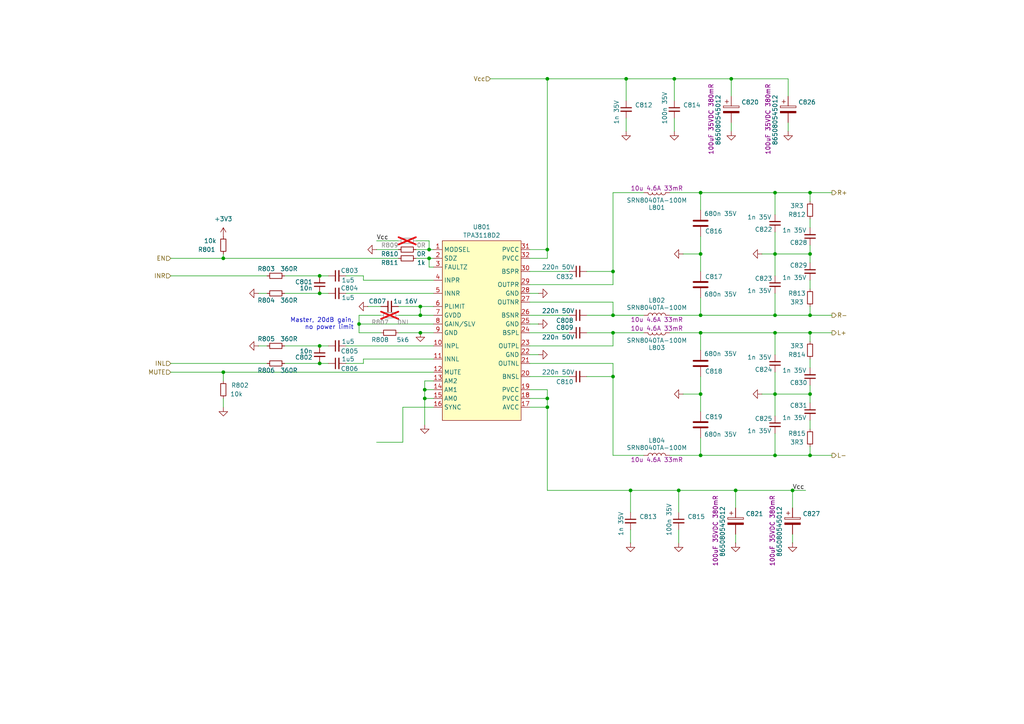
<source format=kicad_sch>
(kicad_sch (version 20231120) (generator "eeschema") (generator_version "8.0")
  (paper "A4")
  (lib_symbols
    (symbol "Device:C" (pin_numbers hide) (pin_names (offset 0.254))
      (property "Reference" "C" (at 0.635 2.54 0))
      (property "Value" "C" (at 0.635 -2.54 0))
      (symbol "C_0_1"
        (polyline (pts (xy -2.032 -0.762) (xy 2.032 -0.762)) (stroke (width 0.508)))
        (polyline (pts (xy -2.032 0.762) (xy 2.032 0.762)) (stroke (width 0.508)))
      )
      (symbol "C_1_1"
        (pin passive line (at 0 3.81 270) (length 2.794) (name "~") (number "1"))
        (pin passive line (at 0 -3.81 90) (length 2.794) (name "~") (number "2"))
      )
    )
    (symbol "Device:C_Polarized" (pin_numbers hide) (pin_names (offset 0.254))
      (property "Reference" "C" (at 0.635 2.54 0))
      (property "Value" "C_Polarized" (at 0.635 -2.54 0))
      (symbol "C_Polarized_0_1"
        (rectangle (start -2.286 0.508) (end 2.286 1.016))
        (polyline (pts (xy -1.778 2.286) (xy -0.762 2.286)))
        (polyline (pts (xy -1.27 2.794) (xy -1.27 1.778)))
        (rectangle (start 2.286 -0.508) (end -2.286 -1.016) (fill (type outline)))
      )
      (symbol "C_Polarized_1_1"
        (pin passive line (at 0 3.81 270) (length 2.794) (name "~") (number "1"))
        (pin passive line (at 0 -3.81 90) (length 2.794) (name "~") (number "2"))
      )
    )
    (symbol "Device:C_Small" (pin_numbers hide) (pin_names (offset 0.254) hide)
      (property "Reference" "C" (at 0.254 1.778 0))
      (property "Value" "C_Small" (at 0.254 -2.032 0))
      (symbol "C_Small_0_1"
        (polyline (pts (xy -1.524 -0.508) (xy 1.524 -0.508)) (stroke (width 0.3302)))
        (polyline (pts (xy -1.524 0.508) (xy 1.524 0.508)) (stroke (width 0.3048)))
      )
      (symbol "C_Small_1_1"
        (pin passive line (at 0 2.54 270) (length 2.032) (name "~") (number "1"))
        (pin passive line (at 0 -2.54 90) (length 2.032) (name "~") (number "2"))
      )
    )
    (symbol "Device:L" (pin_numbers hide) (pin_names (offset 1.016) hide)
      (property "Reference" "L" (at -1.27 0 90))
      (property "Value" "L" (at 1.905 0 90))
      (symbol "L_0_1"
        (arc (start 0 -2.54) (mid 0.6323 -1.905) (end 0 -1.27))
        (arc (start 0 -1.27) (mid 0.6323 -0.635) (end 0 0))
        (arc (start 0 0) (mid 0.6323 0.635) (end 0 1.27))
        (arc (start 0 1.27) (mid 0.6323 1.905) (end 0 2.54))
      )
      (symbol "L_1_1"
        (pin passive line (at 0 3.81 270) (length 1.27) (name "1") (number "1"))
        (pin passive line (at 0 -3.81 90) (length 1.27) (name "2") (number "2"))
      )
    )
    (symbol "Device:R_Small" (pin_numbers hide) (pin_names (offset 0.254) hide)
      (property "Reference" "R" (at 0.762 0.508 0))
      (property "Value" "R_Small" (at 0.762 -1.016 0))
      (symbol "R_Small_0_1"
        (rectangle (start -0.762 1.778) (end 0.762 -1.778) (stroke (width 0.2032)))
      )
      (symbol "R_Small_1_1"
        (pin passive line (at 0 2.54 270) (length 0.762) (name "~") (number "1"))
        (pin passive line (at 0 -2.54 90) (length 0.762) (name "~") (number "2"))
      )
    )
    (symbol "local:TPA3118D2"
      (property "Reference" "U801" (at 0 4.0175 0))
      (property "Value" "TPA3118D2" (at 0 1.5932 0))
      (symbol "TPA3118D2_1_1"
        (rectangle (start -11.43 0) (end 11.43 -52.07) (fill (type background)))
        (pin input line (at -13.97 -2.54 0) (length 2.54) (name "MODSEL") (number "1"))
        (pin input line (at -13.97 -30.48 0) (length 2.54) (name "INPL") (number "10"))
        (pin input line (at -13.97 -34.29 0) (length 2.54) (name "INNL") (number "11"))
        (pin input line (at -13.97 -38.1 0) (length 2.54) (name "MUTE") (number "12"))
        (pin input line (at -13.97 -40.64 0) (length 2.54) (name "AM2") (number "13"))
        (pin input line (at -13.97 -43.18 0) (length 2.54) (name "AM1") (number "14"))
        (pin input line (at -13.97 -45.72 0) (length 2.54) (name "AM0") (number "15"))
        (pin input line (at -13.97 -48.26 0) (length 2.54) (name "SYNC") (number "16"))
        (pin input line (at 13.97 -48.26 180) (length 2.54) (name "AVCC") (number "17"))
        (pin input line (at 13.97 -45.72 180) (length 2.54) (name "PVCC") (number "18"))
        (pin input line (at 13.97 -43.18 180) (length 2.54) (name "PVCC") (number "19"))
        (pin input line (at -13.97 -5.08 0) (length 2.54) (name "SDZ") (number "2"))
        (pin input line (at 13.97 -39.37 180) (length 2.54) (name "BNSL") (number "20"))
        (pin input line (at 13.97 -35.56 180) (length 2.54) (name "OUTNL") (number "21"))
        (pin input line (at 13.97 -33.02 180) (length 2.54) (name "GND") (number "22"))
        (pin input line (at 13.97 -30.48 180) (length 2.54) (name "OUTPL") (number "23"))
        (pin input line (at 13.97 -26.67 180) (length 2.54) (name "BSPL") (number "24"))
        (pin input line (at 13.97 -24.13 180) (length 2.54) (name "GND") (number "25"))
        (pin input line (at 13.97 -21.59 180) (length 2.54) (name "BSNR") (number "26"))
        (pin input line (at 13.97 -17.78 180) (length 2.54) (name "OUTNR") (number "27"))
        (pin input line (at 13.97 -15.24 180) (length 2.54) (name "GND") (number "28"))
        (pin input line (at 13.97 -12.7 180) (length 2.54) (name "OUTPR") (number "29"))
        (pin input line (at -13.97 -7.62 0) (length 2.54) (name "FAULTZ") (number "3"))
        (pin input line (at 13.97 -8.89 180) (length 2.54) (name "BSPR") (number "30"))
        (pin input line (at 13.97 -2.54 180) (length 2.54) (name "PVCC") (number "31"))
        (pin input line (at 13.97 -5.08 180) (length 2.54) (name "PVCC") (number "32"))
        (pin input line (at 13.97 -33.02 180) (length 2.54) hide (name "PAD") (number "33"))
        (pin input line (at -13.97 -11.43 0) (length 2.54) (name "INPR") (number "4"))
        (pin input line (at -13.97 -15.24 0) (length 2.54) (name "INNR") (number "5"))
        (pin input line (at -13.97 -19.05 0) (length 2.54) (name "PLIMIT") (number "6"))
        (pin input line (at -13.97 -21.59 0) (length 2.54) (name "GVDD") (number "7"))
        (pin input line (at -13.97 -24.13 0) (length 2.54) (name "GAIN/SLV") (number "8"))
        (pin input line (at -13.97 -26.67 0) (length 2.54) (name "GND") (number "9"))
      )
    )
    (symbol "power:+3V3" (power) (pin_numbers hide) (pin_names (offset 0) hide)
      (property "Value" "+3V3" (at 0 3.556 0))
      (symbol "+3V3_0_1"
        (polyline (pts (xy -0.762 1.27) (xy 0 2.54)))
        (polyline (pts (xy 0 0) (xy 0 2.54)))
        (polyline (pts (xy 0 2.54) (xy 0.762 1.27)))
      )
      (symbol "+3V3_1_1"
        (pin power_in line (at 0 0 90) (length 0) (name "~") (number "1"))
      )
    )
    (symbol "power:GND" (power) (pin_numbers hide) (pin_names (offset 0) hide)
      (property "Value" "GND" (at 0 -3.81 0))
      (symbol "GND_0_1"
        (polyline (pts (xy 0 0) (xy 0 -1.27) (xy 1.27 -1.27) (xy 0 -2.54) (xy -1.27 -1.27) (xy 0 -1.27)))
      )
      (symbol "GND_1_1"
        (pin power_in line (at 0 0 270) (length 0) (name "~") (number "1"))
      )
    )
  )
  (junction (at 177.8 96.52))
  (junction (at 203.2 73.66))
  (junction (at 203.2 91.44))
  (junction (at 224.79 73.66))
  (junction (at 195.58 22.86))
  (junction (at 203.2 132.08))
  (junction (at 64.77 74.93))
  (junction (at 203.2 55.88))
  (junction (at 64.77 107.95))
  (junction (at 213.36 142.24))
  (junction (at 92.71 85.09))
  (junction (at 224.79 114.3))
  (junction (at 234.95 55.88))
  (junction (at 203.2 114.3))
  (junction (at 124.46 72.39))
  (junction (at 158.75 115.57))
  (junction (at 203.2 96.52))
  (junction (at 181.61 22.86))
  (junction (at 196.85 142.24))
  (junction (at 224.79 55.88))
  (junction (at 177.8 91.44))
  (junction (at 177.8 78.74))
  (junction (at 121.92 88.9))
  (junction (at 158.75 72.39))
  (junction (at 121.92 91.44))
  (junction (at 224.79 132.08))
  (junction (at 234.95 73.66))
  (junction (at 234.95 96.52))
  (junction (at 234.95 114.3))
  (junction (at 123.19 113.03))
  (junction (at 104.14 93.98))
  (junction (at 234.95 132.08))
  (junction (at 92.71 105.41))
  (junction (at 224.79 91.44))
  (junction (at 177.8 109.22))
  (junction (at 92.71 80.01))
  (junction (at 121.92 96.52))
  (junction (at 229.87 142.24))
  (junction (at 123.19 115.57))
  (junction (at 234.95 91.44))
  (junction (at 158.75 22.86))
  (junction (at 212.09 22.86))
  (junction (at 124.46 74.93))
  (junction (at 224.79 96.52))
  (junction (at 92.71 100.33))
  (junction (at 158.75 118.11))
  (junction (at 182.88 142.24))
  (wire (pts (xy 92.71 80.01) (xy 95.25 80.01)))
  (wire (pts (xy 120.65 69.85) (xy 124.46 69.85)))
  (wire (pts (xy 196.85 142.24) (xy 213.36 142.24)))
  (wire (pts (xy 115.57 88.9) (xy 121.92 88.9)))
  (wire (pts (xy 170.18 96.52) (xy 177.8 96.52)))
  (wire (pts (xy 82.55 85.09) (xy 92.71 85.09)))
  (wire (pts (xy 104.14 93.98) (xy 125.73 93.98)))
  (wire (pts (xy 234.95 66.04) (xy 234.95 63.5)))
  (wire (pts (xy 158.75 72.39) (xy 158.75 22.86)))
  (wire (pts (xy 153.67 100.33) (xy 177.8 100.33)))
  (wire (pts (xy 234.95 71.12) (xy 234.95 73.66)))
  (wire (pts (xy 212.09 22.86) (xy 212.09 27.94)))
  (wire (pts (xy 181.61 22.86) (xy 181.61 29.21)))
  (wire (pts (xy 224.79 55.88) (xy 224.79 62.23)))
  (wire (pts (xy 203.2 91.44) (xy 203.2 86.36)))
  (wire (pts (xy 153.67 102.87) (xy 156.21 102.87)))
  (wire (pts (xy 203.2 109.22) (xy 203.2 114.3)))
  (wire (pts (xy 105.41 105.41) (xy 100.33 105.41)))
  (wire (pts (xy 158.75 142.24) (xy 182.88 142.24)))
  (wire (pts (xy 74.93 85.09) (xy 77.47 85.09)))
  (wire (pts (xy 125.73 110.49) (xy 123.19 110.49)))
  (wire (pts (xy 224.79 132.08) (xy 224.79 125.73)))
  (wire (pts (xy 234.95 88.9) (xy 234.95 91.44)))
  (wire (pts (xy 224.79 96.52) (xy 224.79 102.87)))
  (wire (pts (xy 110.49 96.52) (xy 104.14 96.52)))
  (wire (pts (xy 121.92 96.52) (xy 125.73 96.52)))
  (wire (pts (xy 224.79 73.66) (xy 224.79 67.31)))
  (wire (pts (xy 177.8 87.63) (xy 177.8 91.44)))
  (wire (pts (xy 64.77 107.95) (xy 64.77 110.49)))
  (wire (pts (xy 182.88 142.24) (xy 196.85 142.24)))
  (wire (pts (xy 153.67 93.98) (xy 156.21 93.98)))
  (wire (pts (xy 64.77 115.57) (xy 64.77 118.11)))
  (wire (pts (xy 234.95 111.76) (xy 234.95 114.3)))
  (wire (pts (xy 203.2 96.52) (xy 203.2 101.6)))
  (wire (pts (xy 234.95 116.84) (xy 234.95 114.3)))
  (wire (pts (xy 64.77 107.95) (xy 125.73 107.95)))
  (wire (pts (xy 121.92 88.9) (xy 121.92 91.44)))
  (wire (pts (xy 82.55 100.33) (xy 92.71 100.33)))
  (wire (pts (xy 224.79 73.66) (xy 224.79 80.01)))
  (wire (pts (xy 109.22 128.27) (xy 116.84 128.27)))
  (wire (pts (xy 82.55 105.41) (xy 92.71 105.41)))
  (wire (pts (xy 203.2 96.52) (xy 224.79 96.52)))
  (wire (pts (xy 228.6 22.86) (xy 228.6 27.94)))
  (wire (pts (xy 229.87 157.48) (xy 229.87 154.94)))
  (wire (pts (xy 153.67 105.41) (xy 177.8 105.41)))
  (wire (pts (xy 124.46 77.47) (xy 124.46 74.93)))
  (wire (pts (xy 234.95 96.52) (xy 241.3 96.52)))
  (wire (pts (xy 228.6 38.1) (xy 228.6 35.56)))
  (wire (pts (xy 203.2 55.88) (xy 224.79 55.88)))
  (wire (pts (xy 158.75 113.03) (xy 158.75 115.57)))
  (wire (pts (xy 74.93 100.33) (xy 77.47 100.33)))
  (wire (pts (xy 234.95 129.54) (xy 234.95 132.08)))
  (wire (pts (xy 181.61 34.29) (xy 181.61 38.1)))
  (wire (pts (xy 229.87 142.24) (xy 233.68 142.24)))
  (wire (pts (xy 194.31 91.44) (xy 203.2 91.44)))
  (wire (pts (xy 220.98 73.66) (xy 224.79 73.66)))
  (wire (pts (xy 170.18 91.44) (xy 177.8 91.44)))
  (wire (pts (xy 123.19 123.19) (xy 123.19 115.57)))
  (wire (pts (xy 125.73 88.9) (xy 121.92 88.9)))
  (wire (pts (xy 224.79 114.3) (xy 224.79 120.65)))
  (wire (pts (xy 203.2 119.38) (xy 203.2 114.3)))
  (wire (pts (xy 82.55 80.01) (xy 92.71 80.01)))
  (wire (pts (xy 194.31 132.08) (xy 203.2 132.08)))
  (wire (pts (xy 153.67 85.09) (xy 156.21 85.09)))
  (wire (pts (xy 153.67 118.11) (xy 158.75 118.11)))
  (wire (pts (xy 100.33 85.09) (xy 125.73 85.09)))
  (wire (pts (xy 182.88 153.67) (xy 182.88 157.48)))
  (wire (pts (xy 195.58 22.86) (xy 212.09 22.86)))
  (wire (pts (xy 177.8 105.41) (xy 177.8 109.22)))
  (wire (pts (xy 194.31 55.88) (xy 203.2 55.88)))
  (wire (pts (xy 203.2 132.08) (xy 224.79 132.08)))
  (wire (pts (xy 121.92 91.44) (xy 125.73 91.44)))
  (wire (pts (xy 234.95 121.92) (xy 234.95 124.46)))
  (wire (pts (xy 153.67 109.22) (xy 165.1 109.22)))
  (wire (pts (xy 181.61 22.86) (xy 195.58 22.86)))
  (wire (pts (xy 115.57 96.52) (xy 121.92 96.52)))
  (wire (pts (xy 203.2 68.58) (xy 203.2 73.66)))
  (wire (pts (xy 104.14 96.52) (xy 104.14 93.98)))
  (wire (pts (xy 212.09 22.86) (xy 228.6 22.86)))
  (wire (pts (xy 170.18 78.74) (xy 177.8 78.74)))
  (wire (pts (xy 203.2 55.88) (xy 203.2 60.96)))
  (wire (pts (xy 212.09 38.1) (xy 212.09 35.56)))
  (wire (pts (xy 194.31 96.52) (xy 203.2 96.52)))
  (wire (pts (xy 234.95 91.44) (xy 241.3 91.44)))
  (wire (pts (xy 123.19 115.57) (xy 125.73 115.57)))
  (wire (pts (xy 177.8 91.44) (xy 186.69 91.44)))
  (wire (pts (xy 196.85 153.67) (xy 196.85 157.48)))
  (wire (pts (xy 109.22 69.85) (xy 115.57 69.85)))
  (wire (pts (xy 177.8 82.55) (xy 177.8 78.74)))
  (wire (pts (xy 92.71 100.33) (xy 95.25 100.33)))
  (wire (pts (xy 124.46 72.39) (xy 125.73 72.39)))
  (wire (pts (xy 49.53 105.41) (xy 77.47 105.41)))
  (wire (pts (xy 104.14 91.44) (xy 110.49 91.44)))
  (wire (pts (xy 177.8 55.88) (xy 186.69 55.88)))
  (wire (pts (xy 224.79 96.52) (xy 234.95 96.52)))
  (wire (pts (xy 106.68 88.9) (xy 110.49 88.9)))
  (wire (pts (xy 125.73 118.11) (xy 116.84 118.11)))
  (wire (pts (xy 234.95 114.3) (xy 224.79 114.3)))
  (wire (pts (xy 224.79 132.08) (xy 234.95 132.08)))
  (wire (pts (xy 153.67 115.57) (xy 158.75 115.57)))
  (wire (pts (xy 123.19 110.49) (xy 123.19 113.03)))
  (wire (pts (xy 116.84 118.11) (xy 116.84 128.27)))
  (wire (pts (xy 153.67 113.03) (xy 158.75 113.03)))
  (wire (pts (xy 153.67 72.39) (xy 158.75 72.39)))
  (wire (pts (xy 92.71 105.41) (xy 95.25 105.41)))
  (wire (pts (xy 120.65 74.93) (xy 124.46 74.93)))
  (wire (pts (xy 125.73 77.47) (xy 124.46 77.47)))
  (wire (pts (xy 153.67 78.74) (xy 165.1 78.74)))
  (wire (pts (xy 115.57 91.44) (xy 121.92 91.44)))
  (wire (pts (xy 100.33 100.33) (xy 125.73 100.33)))
  (wire (pts (xy 153.67 91.44) (xy 165.1 91.44)))
  (wire (pts (xy 64.77 74.93) (xy 115.57 74.93)))
  (wire (pts (xy 177.8 96.52) (xy 186.69 96.52)))
  (wire (pts (xy 105.41 104.14) (xy 105.41 105.41)))
  (wire (pts (xy 158.75 115.57) (xy 158.75 118.11)))
  (wire (pts (xy 125.73 113.03) (xy 123.19 113.03)))
  (wire (pts (xy 213.36 157.48) (xy 213.36 154.94)))
  (wire (pts (xy 234.95 81.28) (xy 234.95 83.82)))
  (wire (pts (xy 158.75 74.93) (xy 158.75 72.39)))
  (wire (pts (xy 234.95 73.66) (xy 224.79 73.66)))
  (wire (pts (xy 109.22 72.39) (xy 115.57 72.39)))
  (wire (pts (xy 229.87 142.24) (xy 229.87 147.32)))
  (wire (pts (xy 153.67 74.93) (xy 158.75 74.93)))
  (wire (pts (xy 170.18 109.22) (xy 177.8 109.22)))
  (wire (pts (xy 177.8 132.08) (xy 186.69 132.08)))
  (wire (pts (xy 234.95 58.42) (xy 234.95 55.88)))
  (wire (pts (xy 224.79 55.88) (xy 234.95 55.88)))
  (wire (pts (xy 49.53 74.93) (xy 64.77 74.93)))
  (wire (pts (xy 234.95 106.68) (xy 234.95 104.14)))
  (wire (pts (xy 220.98 114.3) (xy 224.79 114.3)))
  (wire (pts (xy 158.75 118.11) (xy 158.75 142.24)))
  (wire (pts (xy 234.95 55.88) (xy 241.3 55.88)))
  (wire (pts (xy 153.67 96.52) (xy 165.1 96.52)))
  (wire (pts (xy 49.53 107.95) (xy 64.77 107.95)))
  (wire (pts (xy 120.65 72.39) (xy 124.46 72.39)))
  (wire (pts (xy 213.36 142.24) (xy 213.36 147.32)))
  (wire (pts (xy 203.2 78.74) (xy 203.2 73.66)))
  (wire (pts (xy 125.73 81.28) (xy 105.41 81.28)))
  (wire (pts (xy 234.95 76.2) (xy 234.95 73.66)))
  (wire (pts (xy 198.12 114.3) (xy 203.2 114.3)))
  (wire (pts (xy 177.8 78.74) (xy 177.8 55.88)))
  (wire (pts (xy 234.95 132.08) (xy 241.3 132.08)))
  (wire (pts (xy 224.79 91.44) (xy 234.95 91.44)))
  (wire (pts (xy 105.41 80.01) (xy 100.33 80.01)))
  (wire (pts (xy 198.12 73.66) (xy 203.2 73.66)))
  (wire (pts (xy 124.46 74.93) (xy 125.73 74.93)))
  (wire (pts (xy 213.36 142.24) (xy 229.87 142.24)))
  (wire (pts (xy 153.67 87.63) (xy 177.8 87.63)))
  (wire (pts (xy 158.75 22.86) (xy 181.61 22.86)))
  (wire (pts (xy 203.2 91.44) (xy 224.79 91.44)))
  (wire (pts (xy 92.71 85.09) (xy 95.25 85.09)))
  (wire (pts (xy 125.73 104.14) (xy 105.41 104.14)))
  (wire (pts (xy 182.88 142.24) (xy 182.88 148.59)))
  (wire (pts (xy 105.41 81.28) (xy 105.41 80.01)))
  (wire (pts (xy 177.8 100.33) (xy 177.8 96.52)))
  (wire (pts (xy 64.77 73.66) (xy 64.77 74.93)))
  (wire (pts (xy 196.85 142.24) (xy 196.85 148.59)))
  (wire (pts (xy 153.67 82.55) (xy 177.8 82.55)))
  (wire (pts (xy 195.58 22.86) (xy 195.58 29.21)))
  (wire (pts (xy 123.19 113.03) (xy 123.19 115.57)))
  (wire (pts (xy 142.24 22.86) (xy 158.75 22.86)))
  (wire (pts (xy 224.79 114.3) (xy 224.79 107.95)))
  (wire (pts (xy 234.95 99.06) (xy 234.95 96.52)))
  (wire (pts (xy 224.79 91.44) (xy 224.79 85.09)))
  (wire (pts (xy 124.46 69.85) (xy 124.46 72.39)))
  (wire (pts (xy 177.8 109.22) (xy 177.8 132.08)))
  (wire (pts (xy 49.53 80.01) (xy 77.47 80.01)))
  (wire (pts (xy 195.58 34.29) (xy 195.58 38.1)))
  (wire (pts (xy 104.14 93.98) (xy 104.14 91.44)))
  (wire (pts (xy 203.2 132.08) (xy 203.2 127)))
  (text "Master, 20dB gain,\nno power limit" (at 102.616 93.98 0) (effects (font (size 1.27 1.27)) (justify right)))
  (label "Vcc" (at 229.87 142.24 0))
  (label "Vcc" (at 109.22 69.85 0))
  (hierarchical_label "R+" (shape output) (at 241.3 55.88 0))
  (hierarchical_label "INR" (shape input) (at 49.53 80.01 180))
  (hierarchical_label "L-" (shape output) (at 241.3 132.08 0))
  (hierarchical_label "Vcc" (shape input) (at 142.24 22.86 180))
  (hierarchical_label "L+" (shape output) (at 241.3 96.52 0))
  (hierarchical_label "R-" (shape output) (at 241.3 91.44 0))
  (hierarchical_label "INL" (shape input) (at 49.53 105.41 180))
  (hierarchical_label "EN" (shape input) (at 49.53 74.93 180))
  (hierarchical_label "MUTE" (shape input) (at 49.53 107.95 180))
  (symbol (lib_id "Device:R_Small") (at 234.95 127 180) (unit 1)
    (property "Reference" "R815" (at 231.14 125.73 0))
    (property "Value" "3R3" (at 231.14 128.27 0))
    (property "Footprint" "Resistor_SMD:R_0603_1608Metric" (effects (hide yes)))
  )
  (symbol (lib_id "Device:R_Small") (at 113.03 96.52 90) (mirror x) (unit 1)
    (property "Reference" "R808" (at 110.236 98.552 90))
    (property "Value" "5k6" (at 116.84 98.552 90))
    (property "Footprint" "Resistor_SMD:R_0603_1608Metric" (effects (hide yes)))
  )
  (symbol (lib_id "Device:C_Small") (at 234.95 68.58 180) (unit 1)
    (property "Reference" "C828" (at 234.188 70.358 0) (effects (justify left)))
    (property "Value" "1n 35V" (at 233.934 66.802 0) (effects (justify left)))
    (property "Footprint" "Capacitor_SMD:C_0603_1608Metric" (effects (hide yes)))
  )
  (symbol (lib_id "power:GND") (at 182.88 157.48 0) (unit 1)
    (property "Reference" "#PWR0813" (effects (hide yes)))
    (property "Value" "GND" (effects (hide yes)))
  )
  (symbol (lib_id "power:GND") (at 74.93 100.33 270) (mirror x) (unit 1)
    (property "Reference" "#PWR0804" (effects (hide yes)))
    (property "Value" "GND" (effects (hide yes)))
  )
  (symbol (lib_id "Device:C_Small") (at 181.61 31.75 0) (unit 1)
    (property "Reference" "C812" (at 184.15 30.48 0) (effects (justify left)))
    (property "Value" "1n 35V" (at 178.816 36.068 90) (effects (justify left)))
    (property "Footprint" "Capacitor_SMD:C_0603_1608Metric" (effects (hide yes)))
  )
  (symbol (lib_id "Device:C_Small") (at 234.95 119.38 0) (mirror y) (unit 1)
    (property "Reference" "C831" (at 234.188 117.602 0) (effects (justify left)))
    (property "Value" "1n 35V" (at 233.934 121.158 0) (effects (justify left)))
    (property "Footprint" "Capacitor_SMD:C_0603_1608Metric" (effects (hide yes)))
  )
  (symbol (lib_id "power:GND") (at 156.21 102.87 90) (unit 1)
    (property "Reference" "#PWR0811" (effects (hide yes)))
    (property "Value" "GND" (effects (hide yes)))
  )
  (symbol (lib_id "Device:C_Small") (at 92.71 102.87 0) (mirror y) (unit 1)
    (property "Reference" "C802" (at 90.678 103.632 0) (effects (justify left)))
    (property "Value" "10n" (at 90.678 101.854 0) (effects (justify left)))
    (property "Footprint" "Capacitor_SMD:C_0603_1608Metric" (effects (hide yes)))
  )
  (symbol (lib_id "Device:R_Small") (at 80.01 85.09 90) (mirror x) (unit 1)
    (property "Reference" "R804" (at 77.216 87.122 90))
    (property "Value" "360R" (at 83.82 87.122 90))
    (property "Footprint" "Resistor_SMD:R_0603_1608Metric" (effects (hide yes)))
  )
  (symbol (lib_id "Device:C_Small") (at 182.88 151.13 0) (unit 1)
    (property "Reference" "C813" (at 185.42 149.86 0) (effects (justify left)))
    (property "Value" "1n 35V" (at 180.086 155.448 90) (effects (justify left)))
    (property "Footprint" "Capacitor_SMD:C_0603_1608Metric" (effects (hide yes)))
  )
  (symbol (lib_id "power:GND") (at 229.87 157.48 0) (unit 1)
    (property "Reference" "#PWR0823" (effects (hide yes)))
    (property "Value" "GND" (effects (hide yes)))
  )
  (symbol (lib_id "Device:C_Small") (at 97.79 85.09 90) (unit 1)
    (property "Reference" "C804" (at 98.806 83.566 90) (effects (justify right)))
    (property "Value" "1u5" (at 99.06 86.36 90) (effects (justify right)))
    (property "Footprint" "Capacitor_SMD:C_0603_1608Metric" (effects (hide yes)))
  )
  (symbol (lib_id "Device:L") (at 190.5 55.88 90) (mirror x) (unit 1)
    (property "Reference" "L801" (at 190.5 60.198 90))
    (property "Value" "SRN8040TA-100M" (at 190.5 58.1054 90))
    (property "Footprint" "Inductor_SMD:L_Bourns_SRN8040TA" (effects (hide yes)))
    (property "Datasheet" "https://www.bourns.com/docs/product-datasheets/srn8040ta.pdf" (effects (hide yes)))
    (property "Description" "10u 4.6A 33mR" (at 190.5 54.61 90))
  )
  (symbol (lib_id "power:GND") (at 198.12 73.66 270) (unit 1)
    (property "Reference" "#PWR0816" (effects (hide yes)))
    (property "Value" "GND" (effects (hide yes)))
  )
  (symbol (lib_id "power:GND") (at 228.6 38.1 0) (unit 1)
    (property "Reference" "#PWR0822" (effects (hide yes)))
    (property "Value" "GND" (effects (hide yes)))
  )
  (symbol (lib_id "Device:C_Small") (at 196.85 151.13 0) (unit 1)
    (property "Reference" "C815" (at 199.39 149.86 0) (effects (justify left)))
    (property "Value" "100n 35V" (at 194.056 155.448 90) (effects (justify left)))
    (property "Footprint" "Capacitor_SMD:C_0603_1608Metric" (effects (hide yes)))
  )
  (symbol (lib_id "Device:C_Polarized") (at 213.36 151.13 0) (unit 1)
    (property "Reference" "C821" (at 216.281 149.0288 0) (effects (justify left)))
    (property "Value" "865080545012" (at 209.55 161.544 90) (effects (justify left)))
    (property "Footprint" "Capacitor_SMD:C_Elec_6.3x7.7" (effects (hide yes)))
    (property "Description" "100uF 35VDC 380mR" (at 207.518 153.924 90))
  )
  (symbol (lib_id "power:GND") (at 220.98 114.3 270) (unit 1)
    (property "Reference" "#PWR0821" (effects (hide yes)))
    (property "Value" "GND" (effects (hide yes)))
  )
  (symbol (lib_id "power:GND") (at 181.61 38.1 0) (unit 1)
    (property "Reference" "#PWR0812" (effects (hide yes)))
    (property "Value" "GND" (effects (hide yes)))
  )
  (symbol (lib_id "Device:C_Polarized") (at 212.09 31.75 0) (unit 1)
    (property "Reference" "C820" (at 215.011 29.6488 0) (effects (justify left)))
    (property "Value" "865080545012" (at 208.28 42.164 90) (effects (justify left)))
    (property "Footprint" "Capacitor_SMD:C_Elec_6.3x7.7" (effects (hide yes)))
    (property "Description" "100uF 35VDC 380mR" (at 206.248 34.544 90))
  )
  (symbol (lib_id "Device:R_Small") (at 80.01 105.41 90) (mirror x) (unit 1)
    (property "Reference" "R806" (at 77.216 107.442 90))
    (property "Value" "360R" (at 83.82 107.442 90))
    (property "Footprint" "Resistor_SMD:R_0603_1608Metric" (effects (hide yes)))
  )
  (symbol (lib_id "Device:C_Small") (at 224.79 123.19 0) (mirror y) (unit 1)
    (property "Reference" "C825" (at 224.028 121.412 0) (effects (justify left)))
    (property "Value" "1n 35V" (at 223.774 124.968 0) (effects (justify left)))
    (property "Footprint" "Capacitor_SMD:C_0603_1608Metric" (effects (hide yes)))
  )
  (symbol (lib_id "power:GND") (at 156.21 85.09 90) (unit 1)
    (property "Reference" "#PWR0809" (effects (hide yes)))
    (property "Value" "GND" (effects (hide yes)))
  )
  (symbol (lib_id "Device:L") (at 190.5 91.44 90) (unit 1)
    (property "Reference" "L802" (at 190.5 87.122 90))
    (property "Value" "SRN8040TA-100M" (at 190.5 89.2146 90))
    (property "Footprint" "Inductor_SMD:L_Bourns_SRN8040TA" (effects (hide yes)))
    (property "Datasheet" "https://www.bourns.com/docs/product-datasheets/srn8040ta.pdf" (effects (hide yes)))
    (property "Description" "10u 4.6A 33mR" (at 190.5 92.71 90))
  )
  (symbol (lib_id "Device:R_Small") (at 234.95 101.6 0) (mirror y) (unit 1)
    (property "Reference" "R814" (at 231.14 102.87 0))
    (property "Value" "3R3" (at 231.14 100.33 0))
    (property "Footprint" "Resistor_SMD:R_0603_1608Metric" (effects (hide yes)))
  )
  (symbol (lib_id "Device:R_Small") (at 80.01 80.01 90) (unit 1)
    (property "Reference" "R803" (at 77.216 77.978 90))
    (property "Value" "360R" (at 83.82 77.978 90))
    (property "Footprint" "Resistor_SMD:R_0603_1608Metric" (effects (hide yes)))
  )
  (symbol (lib_id "power:GND") (at 123.19 123.19 0) (mirror y) (unit 1)
    (property "Reference" "#PWR0808" (effects (hide yes)))
    (property "Value" "GND" (effects (hide yes)))
  )
  (symbol (lib_id "Device:R_Small") (at 64.77 113.03 0) (mirror x) (unit 1)
    (property "Reference" "R802" (at 69.596 111.76 0))
    (property "Value" "10k" (at 68.58 114.3 0))
    (property "Footprint" "Resistor_SMD:R_0603_1608Metric" (effects (hide yes)))
  )
  (symbol (lib_id "power:GND") (at 212.09 38.1 0) (unit 1)
    (property "Reference" "#PWR0818" (effects (hide yes)))
    (property "Value" "GND" (effects (hide yes)))
  )
  (symbol (lib_id "power:GND") (at 74.93 85.09 270) (unit 1)
    (property "Reference" "#PWR0803" (effects (hide yes)))
    (property "Value" "GND" (effects (hide yes)))
  )
  (symbol (lib_id "Device:R_Small") (at 80.01 100.33 90) (unit 1)
    (property "Reference" "R805" (at 77.216 98.298 90))
    (property "Value" "360R" (at 83.82 98.298 90))
    (property "Footprint" "Resistor_SMD:R_0603_1608Metric" (effects (hide yes)))
  )
  (symbol (lib_id "power:GND") (at 220.98 73.66 270) (unit 1)
    (property "Reference" "#PWR0820" (effects (hide yes)))
    (property "Value" "GND" (effects (hide yes)))
  )
  (symbol (lib_id "Device:R_Small") (at 234.95 86.36 180) (unit 1)
    (property "Reference" "R813" (at 231.14 85.09 0))
    (property "Value" "3R3" (at 231.14 87.63 0))
    (property "Footprint" "Resistor_SMD:R_0603_1608Metric" (effects (hide yes)))
  )
  (symbol (lib_id "Device:C_Small") (at 97.79 80.01 90) (unit 1)
    (property "Reference" "C803" (at 98.806 78.486 90) (effects (justify right)))
    (property "Value" "1u5" (at 99.06 81.28 90) (effects (justify right)))
    (property "Footprint" "Capacitor_SMD:C_0603_1608Metric" (effects (hide yes)))
  )
  (symbol (lib_id "Device:C") (at 203.2 105.41 0) (unit 1)
    (property "Reference" "C818" (at 204.47 107.696 0) (effects (justify left)))
    (property "Value" "680n 35V" (at 204.216 102.616 0) (effects (justify left)))
    (property "Footprint" "Capacitor_SMD:C_1206_3216Metric" (effects (hide yes)))
  )
  (symbol (lib_id "Device:C_Small") (at 195.58 31.75 0) (unit 1)
    (property "Reference" "C814" (at 198.12 30.48 0) (effects (justify left)))
    (property "Value" "100n 35V" (at 192.786 36.068 90) (effects (justify left)))
    (property "Footprint" "Capacitor_SMD:C_0603_1608Metric" (effects (hide yes)))
  )
  (symbol (lib_id "Device:C_Small") (at 224.79 64.77 180) (unit 1)
    (property "Reference" "C822" (at 224.028 66.548 0) (effects (justify left)))
    (property "Value" "1n 35V" (at 223.774 62.992 0) (effects (justify left)))
    (property "Footprint" "Capacitor_SMD:C_0603_1608Metric" (effects (hide yes)))
  )
  (symbol (lib_id "power:GND") (at 156.21 93.98 90) (unit 1)
    (property "Reference" "#PWR0810" (effects (hide yes)))
    (property "Value" "GND" (effects (hide yes)))
  )
  (symbol (lib_id "Device:L") (at 190.5 96.52 90) (mirror x) (unit 1)
    (property "Reference" "L803" (at 190.5 100.838 90))
    (property "Value" "SRN8040TA-100M" (at 190.5 98.7454 90))
    (property "Footprint" "Inductor_SMD:L_Bourns_SRN8040TA" (effects (hide yes)))
    (property "Datasheet" "https://www.bourns.com/docs/product-datasheets/srn8040ta.pdf" (effects (hide yes)))
    (property "Description" "10u 4.6A 33mR" (at 190.5 95.25 90))
  )
  (symbol (lib_id "Device:C_Small") (at 234.95 109.22 180) (unit 1)
    (property "Reference" "C830" (at 234.188 110.998 0) (effects (justify left)))
    (property "Value" "1n 35V" (at 233.934 107.442 0) (effects (justify left)))
    (property "Footprint" "Capacitor_SMD:C_0603_1608Metric" (effects (hide yes)))
  )
  (symbol (lib_id "power:GND") (at 109.22 72.39 270) (unit 1)
    (property "Reference" "#PWR0806" (effects (hide yes)))
    (property "Value" "GND" (effects (hide yes)))
  )
  (symbol (lib_id "Device:C_Polarized") (at 228.6 31.75 0) (unit 1)
    (property "Reference" "C826" (at 231.521 29.6488 0) (effects (justify left)))
    (property "Value" "865080545012" (at 224.79 42.164 90) (effects (justify left)))
    (property "Footprint" "Capacitor_SMD:C_Elec_6.3x7.7" (effects (hide yes)))
    (property "Description" "100uF 35VDC 380mR" (at 222.758 34.544 90))
  )
  (symbol (lib_id "Device:C_Small") (at 224.79 82.55 0) (mirror y) (unit 1)
    (property "Reference" "C823" (at 224.028 80.772 0) (effects (justify left)))
    (property "Value" "1n 35V" (at 223.774 84.328 0) (effects (justify left)))
    (property "Footprint" "Capacitor_SMD:C_0603_1608Metric" (effects (hide yes)))
  )
  (symbol (lib_id "Device:R_Small") (at 234.95 60.96 0) (mirror y) (unit 1)
    (property "Reference" "R812" (at 231.14 62.23 0))
    (property "Value" "3R3" (at 231.14 59.69 0))
    (property "Footprint" "Resistor_SMD:R_0603_1608Metric" (effects (hide yes)))
  )
  (symbol (lib_id "power:GND") (at 121.92 96.52 0) (unit 1)
    (property "Reference" "#PWR0807" (effects (hide yes)))
    (property "Value" "GND" (effects (hide yes)))
  )
  (symbol (lib_id "Device:C") (at 203.2 64.77 0) (unit 1)
    (property "Reference" "C816" (at 204.47 67.056 0) (effects (justify left)))
    (property "Value" "680n 35V" (at 204.216 61.976 0) (effects (justify left)))
    (property "Footprint" "Capacitor_SMD:C_1206_3216Metric" (effects (hide yes)))
  )
  (symbol (lib_id "Device:L") (at 190.5 132.08 90) (unit 1)
    (property "Reference" "L804" (at 190.5 127.762 90))
    (property "Value" "SRN8040TA-100M" (at 190.5 129.8546 90))
    (property "Footprint" "Inductor_SMD:L_Bourns_SRN8040TA" (effects (hide yes)))
    (property "Datasheet" "https://www.bourns.com/docs/product-datasheets/srn8040ta.pdf" (effects (hide yes)))
    (property "Description" "10u 4.6A 33mR" (at 190.5 133.35 90))
  )
  (symbol (lib_id "Device:C_Small") (at 97.79 100.33 90) (mirror x) (unit 1)
    (property "Reference" "C805" (at 98.806 101.854 90) (effects (justify right)))
    (property "Value" "1u5" (at 99.06 99.06 90) (effects (justify right)))
    (property "Footprint" "Capacitor_SMD:C_0603_1608Metric" (effects (hide yes)))
  )
  (symbol (lib_id "power:GND") (at 196.85 157.48 0) (unit 1)
    (property "Reference" "#PWR0815" (effects (hide yes)))
    (property "Value" "GND" (effects (hide yes)))
  )
  (symbol (lib_id "power:GND") (at 64.77 118.11 0) (mirror y) (unit 1)
    (property "Reference" "#PWR0802" (effects (hide yes)))
    (property "Value" "GND" (effects (hide yes)))
  )
  (symbol (lib_id "Device:R_Small") (at 118.11 69.85 90) (mirror x) (unit 1) (in_bom no) (dnp yes)
    (property "Reference" "R809" (at 113.03 71.12 90))
    (property "Value" "0R" (at 122.174 71.12 90))
    (property "Footprint" "Resistor_SMD:R_0603_1608Metric" (effects (hide yes)))
  )
  (symbol (lib_id "Device:C_Small") (at 167.64 96.52 90) (unit 1)
    (property "Reference" "C809" (at 166.37 94.996 90) (effects (justify left)))
    (property "Value" "220n 50V" (at 166.624 97.79 90) (effects (justify left)))
    (property "Footprint" "Capacitor_SMD:C_0603_1608Metric" (effects (hide yes)))
  )
  (symbol (lib_id "power:GND") (at 213.36 157.48 0) (unit 1)
    (property "Reference" "#PWR0819" (effects (hide yes)))
    (property "Value" "GND" (effects (hide yes)))
  )
  (symbol (lib_id "power:GND") (at 195.58 38.1 0) (unit 1)
    (property "Reference" "#PWR0814" (effects (hide yes)))
    (property "Value" "GND" (effects (hide yes)))
  )
  (symbol (lib_id "local:TPA3118D2") (at 139.7 69.85 0) (unit 1)
    (property "Reference" "U801" (at 139.7 65.8325 0))
    (property "Value" "TPA3118D2" (at 139.7 68.2568 0))
    (property "Footprint" "Package_SO:HTSSOP-32-1EP_6.1x11mm_P0.65mm_EP5.2x11mm_Mask4.11x4.36mm_ThermalVias" (effects (hide yes)))
    (property "Datasheet" "https://www.ti.com/lit/ds/symlink/tpa3118d2.pdf?ts=1725953026354&ref_url=https%253A%252F%252Fwww.ti.com.cn%252Fproduct%252Fcn%252FTPA3118D2" (effects (hide yes)))
  )
  (symbol (lib_id "Device:R_Small") (at 118.11 74.93 90) (mirror x) (unit 1)
    (property "Reference" "R811" (at 113.03 76.2 90))
    (property "Value" "1k" (at 122.174 76.2 90))
    (property "Footprint" "Resistor_SMD:R_0603_1608Metric" (effects (hide yes)))
  )
  (symbol (lib_id "Device:C_Small") (at 92.71 82.55 180) (unit 1)
    (property "Reference" "C801" (at 90.678 81.788 0) (effects (justify left)))
    (property "Value" "10n" (at 90.678 83.566 0) (effects (justify left)))
    (property "Footprint" "Capacitor_SMD:C_0603_1608Metric" (effects (hide yes)))
  )
  (symbol (lib_id "Device:C_Small") (at 97.79 105.41 90) (mirror x) (unit 1)
    (property "Reference" "C806" (at 98.806 106.934 90) (effects (justify right)))
    (property "Value" "1u5" (at 99.06 104.14 90) (effects (justify right)))
    (property "Footprint" "Capacitor_SMD:C_0603_1608Metric" (effects (hide yes)))
  )
  (symbol (lib_id "Device:C_Small") (at 167.64 91.44 90) (mirror x) (unit 1)
    (property "Reference" "C808" (at 166.37 92.964 90) (effects (justify left)))
    (property "Value" "220n 50V" (at 166.624 90.17 90) (effects (justify left)))
    (property "Footprint" "Capacitor_SMD:C_0603_1608Metric" (effects (hide yes)))
  )
  (symbol (lib_id "Device:C_Small") (at 167.64 109.22 90) (mirror x) (unit 1)
    (property "Reference" "C810" (at 166.37 110.744 90) (effects (justify left)))
    (property "Value" "220n 50V" (at 166.624 107.95 90) (effects (justify left)))
    (property "Footprint" "Capacitor_SMD:C_0603_1608Metric" (effects (hide yes)))
  )
  (symbol (lib_id "Device:C_Small") (at 224.79 105.41 180) (unit 1)
    (property "Reference" "C824" (at 224.028 107.188 0) (effects (justify left)))
    (property "Value" "1n 35V" (at 223.774 103.632 0) (effects (justify left)))
    (property "Footprint" "Capacitor_SMD:C_0603_1608Metric" (effects (hide yes)))
  )
  (symbol (lib_id "Device:R_Small") (at 113.03 91.44 90) (mirror x) (unit 1) (in_bom no) (dnp yes)
    (property "Reference" "R807" (at 110.236 93.472 90))
    (property "Value" "DNI" (at 116.84 93.472 90))
    (property "Footprint" "Resistor_SMD:R_0603_1608Metric" (effects (hide yes)))
  )
  (symbol (lib_id "Device:R_Small") (at 118.11 72.39 90) (mirror x) (unit 1)
    (property "Reference" "R810" (at 113.03 73.66 90))
    (property "Value" "0R" (at 122.174 73.66 90))
    (property "Footprint" "Resistor_SMD:R_0603_1608Metric" (effects (hide yes)))
  )
  (symbol (lib_id "power:+3V3") (at 64.77 68.58 0) (unit 1)
    (property "Reference" "#PWR0801" (effects (hide yes)))
    (property "Value" "+3V3" (at 64.77 63.5 0))
    (property "Description" "Power symbol creates a global label with name \"+3V3\"" (effects (hide yes)))
  )
  (symbol (lib_id "Device:R_Small") (at 64.77 71.12 0) (mirror y) (unit 1)
    (property "Reference" "R801" (at 59.944 72.39 0))
    (property "Value" "10k" (at 60.96 69.85 0))
    (property "Footprint" "Resistor_SMD:R_0603_1608Metric" (effects (hide yes)))
  )
  (symbol (lib_id "Device:C_Polarized") (at 229.87 151.13 0) (unit 1)
    (property "Reference" "C827" (at 232.791 149.0288 0) (effects (justify left)))
    (property "Value" "865080545012" (at 226.06 161.544 90) (effects (justify left)))
    (property "Footprint" "Capacitor_SMD:C_Elec_6.3x7.7" (effects (hide yes)))
    (property "Description" "100uF 35VDC 380mR" (at 224.028 153.924 90))
  )
  (symbol (lib_id "power:GND") (at 198.12 114.3 270) (unit 1)
    (property "Reference" "#PWR0817" (effects (hide yes)))
    (property "Value" "GND" (effects (hide yes)))
  )
  (symbol (lib_id "Device:C") (at 203.2 82.55 0) (mirror x) (unit 1)
    (property "Reference" "C817" (at 204.47 80.264 0) (effects (justify left)))
    (property "Value" "680n 35V" (at 204.216 85.344 0) (effects (justify left)))
    (property "Footprint" "Capacitor_SMD:C_1206_3216Metric" (effects (hide yes)))
  )
  (symbol (lib_id "Device:C_Small") (at 234.95 78.74 0) (mirror y) (unit 1)
    (property "Reference" "C829" (at 234.188 76.962 0) (effects (justify left)))
    (property "Value" "1n 35V" (at 233.934 80.518 0) (effects (justify left)))
    (property "Footprint" "Capacitor_SMD:C_0603_1608Metric" (effects (hide yes)))
  )
  (symbol (lib_id "Device:C_Small") (at 167.64 78.74 90) (mirror x) (unit 1)
    (property "Reference" "C832" (at 166.37 80.264 90) (effects (justify left)))
    (property "Value" "220n 50V" (at 166.624 77.47 90) (effects (justify left)))
    (property "Footprint" "Capacitor_SMD:C_0603_1608Metric" (effects (hide yes)))
  )
  (symbol (lib_id "power:GND") (at 106.68 88.9 270) (unit 1)
    (property "Reference" "#PWR0805" (effects (hide yes)))
    (property "Value" "GND" (effects (hide yes)))
  )
  (symbol (lib_id "Device:C") (at 203.2 123.19 0) (mirror x) (unit 1)
    (property "Reference" "C819" (at 204.47 120.904 0) (effects (justify left)))
    (property "Value" "680n 35V" (at 204.216 125.984 0) (effects (justify left)))
    (property "Footprint" "Capacitor_SMD:C_1206_3216Metric" (effects (hide yes)))
  )
  (symbol (lib_id "Device:C_Small") (at 113.03 88.9 90) (unit 1)
    (property "Reference" "C807" (at 112.014 87.376 90) (effects (justify left)))
    (property "Value" "1u 16V" (at 114.046 87.376 90) (effects (justify right)))
    (property "Footprint" "Capacitor_SMD:C_0603_1608Metric" (effects (hide yes)))
  )
)
</source>
